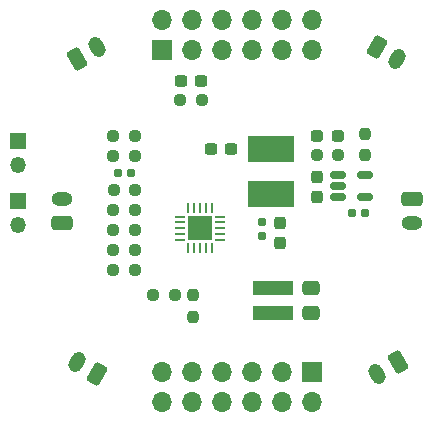
<source format=gbr>
%TF.GenerationSoftware,KiCad,Pcbnew,7.0.5*%
%TF.CreationDate,2024-01-17T11:16:35-05:00*%
%TF.ProjectId,PWR,5057522e-6b69-4636-9164-5f7063625858,rev?*%
%TF.SameCoordinates,Original*%
%TF.FileFunction,Soldermask,Top*%
%TF.FilePolarity,Negative*%
%FSLAX46Y46*%
G04 Gerber Fmt 4.6, Leading zero omitted, Abs format (unit mm)*
G04 Created by KiCad (PCBNEW 7.0.5) date 2024-01-17 11:16:35*
%MOMM*%
%LPD*%
G01*
G04 APERTURE LIST*
G04 Aperture macros list*
%AMRoundRect*
0 Rectangle with rounded corners*
0 $1 Rounding radius*
0 $2 $3 $4 $5 $6 $7 $8 $9 X,Y pos of 4 corners*
0 Add a 4 corners polygon primitive as box body*
4,1,4,$2,$3,$4,$5,$6,$7,$8,$9,$2,$3,0*
0 Add four circle primitives for the rounded corners*
1,1,$1+$1,$2,$3*
1,1,$1+$1,$4,$5*
1,1,$1+$1,$6,$7*
1,1,$1+$1,$8,$9*
0 Add four rect primitives between the rounded corners*
20,1,$1+$1,$2,$3,$4,$5,0*
20,1,$1+$1,$4,$5,$6,$7,0*
20,1,$1+$1,$6,$7,$8,$9,0*
20,1,$1+$1,$8,$9,$2,$3,0*%
%AMHorizOval*
0 Thick line with rounded ends*
0 $1 width*
0 $2 $3 position (X,Y) of the first rounded end (center of the circle)*
0 $4 $5 position (X,Y) of the second rounded end (center of the circle)*
0 Add line between two ends*
20,1,$1,$2,$3,$4,$5,0*
0 Add two circle primitives to create the rounded ends*
1,1,$1,$2,$3*
1,1,$1,$4,$5*%
G04 Aperture macros list end*
%ADD10RoundRect,0.250000X-0.021891X0.737917X-0.628109X0.387917X0.021891X-0.737917X0.628109X-0.387917X0*%
%ADD11HorizOval,1.200000X-0.150000X0.259808X0.150000X-0.259808X0*%
%ADD12R,1.700000X1.700000*%
%ADD13O,1.700000X1.700000*%
%ADD14RoundRect,0.237500X-0.237500X0.250000X-0.237500X-0.250000X0.237500X-0.250000X0.237500X0.250000X0*%
%ADD15RoundRect,0.250000X-0.650000X0.350000X-0.650000X-0.350000X0.650000X-0.350000X0.650000X0.350000X0*%
%ADD16O,1.800000X1.200000*%
%ADD17RoundRect,0.237500X0.237500X-0.300000X0.237500X0.300000X-0.237500X0.300000X-0.237500X-0.300000X0*%
%ADD18RoundRect,0.250000X-0.628109X-0.387917X-0.021891X-0.737917X0.628109X0.387917X0.021891X0.737917X0*%
%ADD19HorizOval,1.200000X-0.150000X-0.259808X0.150000X0.259808X0*%
%ADD20RoundRect,0.155000X0.212500X0.155000X-0.212500X0.155000X-0.212500X-0.155000X0.212500X-0.155000X0*%
%ADD21RoundRect,0.237500X-0.250000X-0.237500X0.250000X-0.237500X0.250000X0.237500X-0.250000X0.237500X0*%
%ADD22RoundRect,0.237500X0.250000X0.237500X-0.250000X0.237500X-0.250000X-0.237500X0.250000X-0.237500X0*%
%ADD23RoundRect,0.250000X0.650000X-0.350000X0.650000X0.350000X-0.650000X0.350000X-0.650000X-0.350000X0*%
%ADD24R,3.900000X2.200000*%
%ADD25RoundRect,0.237500X0.237500X-0.250000X0.237500X0.250000X-0.237500X0.250000X-0.237500X-0.250000X0*%
%ADD26RoundRect,0.250000X0.021891X-0.737917X0.628109X-0.387917X-0.021891X0.737917X-0.628109X0.387917X0*%
%ADD27RoundRect,0.062500X-0.062500X0.375000X-0.062500X-0.375000X0.062500X-0.375000X0.062500X0.375000X0*%
%ADD28RoundRect,0.062500X-0.375000X0.062500X-0.375000X-0.062500X0.375000X-0.062500X0.375000X0.062500X0*%
%ADD29R,2.000000X2.000000*%
%ADD30RoundRect,0.237500X-0.237500X0.300000X-0.237500X-0.300000X0.237500X-0.300000X0.237500X0.300000X0*%
%ADD31R,3.400000X1.300000*%
%ADD32RoundRect,0.155000X-0.155000X0.212500X-0.155000X-0.212500X0.155000X-0.212500X0.155000X0.212500X0*%
%ADD33RoundRect,0.237500X-0.300000X-0.237500X0.300000X-0.237500X0.300000X0.237500X-0.300000X0.237500X0*%
%ADD34RoundRect,0.150000X-0.512500X-0.150000X0.512500X-0.150000X0.512500X0.150000X-0.512500X0.150000X0*%
%ADD35RoundRect,0.237500X-0.287500X-0.237500X0.287500X-0.237500X0.287500X0.237500X-0.287500X0.237500X0*%
%ADD36RoundRect,0.250000X0.475000X-0.337500X0.475000X0.337500X-0.475000X0.337500X-0.475000X-0.337500X0*%
%ADD37RoundRect,0.250000X0.628109X0.387917X0.021891X0.737917X-0.628109X-0.387917X-0.021891X-0.737917X0*%
%ADD38HorizOval,1.200000X0.150000X0.259808X-0.150000X-0.259808X0*%
%ADD39RoundRect,0.237500X0.300000X0.237500X-0.300000X0.237500X-0.300000X-0.237500X0.300000X-0.237500X0*%
%ADD40R,1.350000X1.350000*%
%ADD41O,1.350000X1.350000*%
G04 APERTURE END LIST*
D10*
%TO.C,J4*%
X160607050Y-108212916D03*
D11*
X158874999Y-109212916D03*
%TD*%
D12*
%TO.C,J5*%
X140650000Y-81766978D03*
D13*
X140650000Y-79226978D03*
X143190000Y-81766978D03*
X143190000Y-79226978D03*
X145730000Y-81766978D03*
X145730000Y-79226978D03*
X148270000Y-81766978D03*
X148270000Y-79226978D03*
X150810000Y-81766978D03*
X150810000Y-79226978D03*
X153350000Y-81766978D03*
X153350000Y-79226978D03*
%TD*%
D14*
%TO.C,R15*%
X157840000Y-88897500D03*
X157840000Y-90722500D03*
%TD*%
D15*
%TO.C,J8*%
X161850000Y-94400000D03*
D16*
X161850000Y-96400000D03*
%TD*%
D17*
%TO.C,C4*%
X153730000Y-94252500D03*
X153730000Y-92527500D03*
%TD*%
D18*
%TO.C,J7*%
X158846475Y-81568542D03*
D19*
X160578526Y-82568542D03*
%TD*%
D20*
%TO.C,C13*%
X157850000Y-95620000D03*
X156715000Y-95620000D03*
%TD*%
D21*
%TO.C,R13*%
X136537500Y-89042500D03*
X138362500Y-89042500D03*
%TD*%
D22*
%TO.C,R16*%
X155560000Y-90705000D03*
X153735000Y-90705000D03*
%TD*%
D23*
%TO.C,J10*%
X132150000Y-96400000D03*
D16*
X132150000Y-94400000D03*
%TD*%
D21*
%TO.C,R12*%
X136537500Y-90742500D03*
X138362500Y-90742500D03*
%TD*%
D24*
%TO.C,L2*%
X149900000Y-90188220D03*
X149900000Y-93988220D03*
%TD*%
D25*
%TO.C,R11*%
X143274280Y-104400720D03*
X143274280Y-102575720D03*
%TD*%
D26*
%TO.C,J9*%
X133421475Y-82568542D03*
D11*
X135153526Y-81568542D03*
%TD*%
D27*
%TO.C,U2*%
X144850000Y-95205000D03*
X144350000Y-95205000D03*
X143850000Y-95205000D03*
X143350000Y-95205000D03*
X142850000Y-95205000D03*
D28*
X142162500Y-95892500D03*
X142162500Y-96392500D03*
X142162500Y-96892500D03*
X142162500Y-97392500D03*
X142162500Y-97892500D03*
D27*
X142850000Y-98580000D03*
X143350000Y-98580000D03*
X143850000Y-98580000D03*
X144350000Y-98580000D03*
X144850000Y-98580000D03*
D28*
X145537500Y-97892500D03*
X145537500Y-97392500D03*
X145537500Y-96892500D03*
X145537500Y-96392500D03*
X145537500Y-95892500D03*
D29*
X143850000Y-96892500D03*
%TD*%
D30*
%TO.C,C3*%
X150610000Y-96430000D03*
X150610000Y-98155000D03*
%TD*%
D21*
%TO.C,R10*%
X136537500Y-98702500D03*
X138362500Y-98702500D03*
%TD*%
%TO.C,R14*%
X136537500Y-100402500D03*
X138362500Y-100402500D03*
%TD*%
D31*
%TO.C,L1*%
X150014280Y-101950000D03*
X150014280Y-104050000D03*
%TD*%
D12*
%TO.C,J6*%
X153350000Y-109045000D03*
D13*
X153350000Y-111585000D03*
X150810000Y-109045000D03*
X150810000Y-111585000D03*
X148270000Y-109045000D03*
X148270000Y-111585000D03*
X145730000Y-109045000D03*
X145730000Y-111585000D03*
X143190000Y-109045000D03*
X143190000Y-111585000D03*
X140650000Y-109045000D03*
X140650000Y-111585000D03*
%TD*%
D32*
%TO.C,C2*%
X149100000Y-96375000D03*
X149100000Y-97510000D03*
%TD*%
D33*
%TO.C,C5*%
X142237500Y-84450000D03*
X143962500Y-84450000D03*
%TD*%
D34*
%TO.C,U4*%
X155575000Y-92360000D03*
X155575000Y-93310000D03*
X155575000Y-94260000D03*
X157850000Y-94260000D03*
X157850000Y-92360000D03*
%TD*%
D35*
%TO.C,D1*%
X153795000Y-89070000D03*
X155545000Y-89070000D03*
%TD*%
D21*
%TO.C,R9*%
X136541780Y-93648220D03*
X138366780Y-93648220D03*
%TD*%
D36*
%TO.C,C6*%
X153230000Y-104037500D03*
X153230000Y-101962500D03*
%TD*%
D22*
%TO.C,R1*%
X144012500Y-86000000D03*
X142187500Y-86000000D03*
%TD*%
D37*
%TO.C,J1*%
X135153525Y-109231458D03*
D38*
X133421474Y-108231458D03*
%TD*%
D22*
%TO.C,R6*%
X138356780Y-95338220D03*
X136531780Y-95338220D03*
%TD*%
D20*
%TO.C,C8*%
X138017500Y-92172500D03*
X136882500Y-92172500D03*
%TD*%
D39*
%TO.C,C7*%
X146486780Y-90168220D03*
X144761780Y-90168220D03*
%TD*%
D40*
%TO.C,J2*%
X128490000Y-89500000D03*
D41*
X128490000Y-91500000D03*
%TD*%
D21*
%TO.C,R7*%
X136537500Y-97002500D03*
X138362500Y-97002500D03*
%TD*%
D40*
%TO.C,J3*%
X128480000Y-94590000D03*
D41*
X128480000Y-96590000D03*
%TD*%
D22*
%TO.C,R8*%
X141706780Y-102558220D03*
X139881780Y-102558220D03*
%TD*%
M02*

</source>
